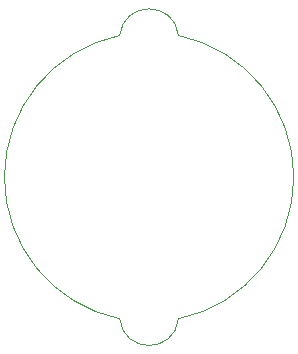
<source format=gm1>
%TF.GenerationSoftware,KiCad,Pcbnew,(6.0.1)*%
%TF.CreationDate,2024-02-25T12:41:37+01:00*%
%TF.ProjectId,Lin1,4c696e31-2e6b-4696-9361-645f70636258,rev?*%
%TF.SameCoordinates,Original*%
%TF.FileFunction,Profile,NP*%
%FSLAX46Y46*%
G04 Gerber Fmt 4.6, Leading zero omitted, Abs format (unit mm)*
G04 Created by KiCad (PCBNEW (6.0.1)) date 2024-02-25 12:41:37*
%MOMM*%
%LPD*%
G01*
G04 APERTURE LIST*
%TA.AperFunction,Profile*%
%ADD10C,0.050000*%
%TD*%
G04 APERTURE END LIST*
D10*
X152486949Y-88005102D02*
G75*
G03*
X147513051Y-88005102I-2486949J-244898D01*
G01*
X147513050Y-111994898D02*
G75*
G03*
X152486950Y-111994898I2486950J244898D01*
G01*
X147513050Y-88005102D02*
G75*
G03*
X147513050Y-111994898I2486950J-11994898D01*
G01*
X152486951Y-111994898D02*
G75*
G03*
X152486951Y-88005102I-2486951J11994898D01*
G01*
M02*

</source>
